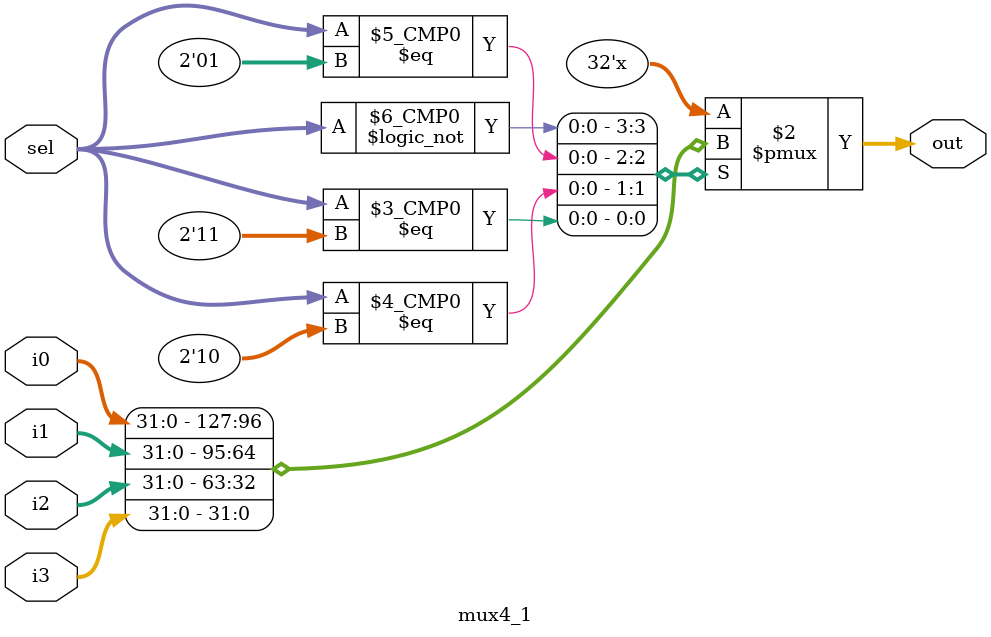
<source format=sv>
`timescale 1ns/1ps

/* verilator lint_off MULTITOP */
module mux2_1(out, i0, i1, sel);
    output logic [31:0] out;
    input  logic [31:0] i0, i1;
    input logic sel;
    always_comb begin
        if (sel) out = i1;
        else out = i0;
    end
endmodule

`timescale 1ns/1ps

module mux4_1 (out, i0, i1, i2, i3, sel);
    input logic [31:0] i0, i1, i2, i3;
    input logic [1:0] sel;
    output logic [31:0] out;
    always_comb begin
        case (sel)
            2'b00: out = i0;
            2'b01: out = i1;
            2'b10: out = i2;
            2'b11: out = i3;
            default: out = 32'bx;
        endcase
    end
endmodule
/* verilator lint_on MULTITOP */
</source>
